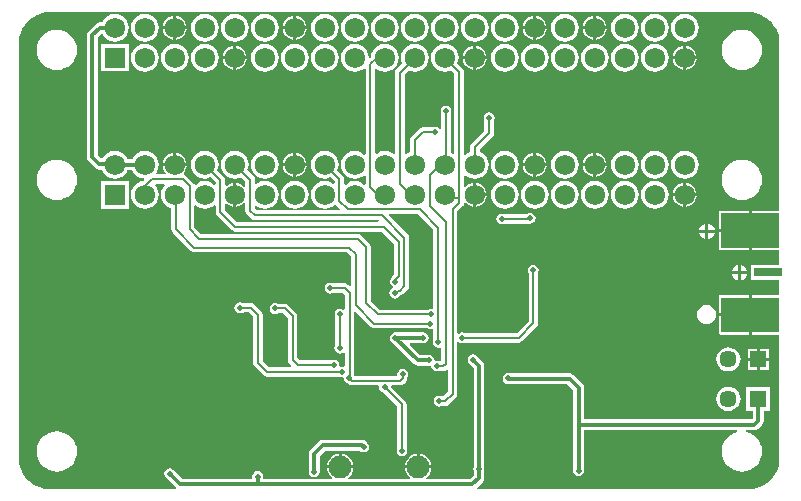
<source format=gbl>
G04*
G04 #@! TF.GenerationSoftware,Altium Limited,Altium Designer,19.1.7 (138)*
G04*
G04 Layer_Physical_Order=2*
G04 Layer_Color=16711680*
%FSLAX44Y44*%
%MOMM*%
G71*
G01*
G75*
%ADD14C,0.2000*%
%ADD24R,4.9000X3.0000*%
%ADD25R,2.3500X0.7000*%
%ADD33C,0.5000*%
%ADD51C,0.6000*%
%ADD60C,0.3000*%
%ADD61C,0.1847*%
%ADD65C,1.7250*%
%ADD66R,1.7250X1.7250*%
%ADD67R,1.4460X1.4460*%
%ADD68C,1.4460*%
%ADD69C,1.9500*%
G36*
X624626Y406636D02*
X627136Y406137D01*
X629585Y405394D01*
X631950Y404414D01*
X634207Y403208D01*
X636334Y401786D01*
X638313Y400163D01*
X639218Y399258D01*
X639218Y399258D01*
X640162Y398313D01*
X641786Y396335D01*
X643207Y394207D01*
X644414Y391950D01*
X645393Y389586D01*
X646136Y387137D01*
X646635Y384627D01*
X646886Y382081D01*
Y238774D01*
X623270D01*
Y222250D01*
X622000D01*
Y221999D01*
X623519D01*
Y205475D01*
X646886D01*
Y192999D01*
X622749D01*
Y179999D01*
X646886D01*
Y167274D01*
X623270D01*
Y150750D01*
X622000D01*
Y150499D01*
X623519D01*
Y133975D01*
X646886D01*
Y27919D01*
X646635Y25373D01*
X646136Y22863D01*
X645393Y20414D01*
X644414Y18050D01*
X643207Y15793D01*
X641786Y13665D01*
X640162Y11687D01*
X639257Y10782D01*
X639257Y10782D01*
X638313Y9837D01*
X636335Y8214D01*
X634207Y6792D01*
X631950Y5586D01*
X629585Y4606D01*
X627136Y3864D01*
X624626Y3364D01*
X622080Y3113D01*
X391398D01*
X390872Y4383D01*
X395744Y9256D01*
X396739Y10744D01*
X397088Y12500D01*
Y107500D01*
X396739Y109256D01*
X395744Y110744D01*
X390744Y115744D01*
X389256Y116739D01*
X387500Y117088D01*
X385744Y116739D01*
X384256Y115744D01*
X383261Y114256D01*
X382912Y112500D01*
X383261Y110744D01*
X384256Y109256D01*
X387912Y105599D01*
Y21757D01*
X387662Y20500D01*
X387912Y19243D01*
Y14401D01*
X385099Y11588D01*
X348297D01*
X347866Y12858D01*
X349041Y13759D01*
X350848Y16114D01*
X351984Y18857D01*
X352204Y20530D01*
X329796D01*
X330016Y18857D01*
X331152Y16114D01*
X332959Y13759D01*
X334134Y12858D01*
X333703Y11588D01*
X282297D01*
X281866Y12858D01*
X283041Y13759D01*
X284848Y16114D01*
X285984Y18857D01*
X286204Y20530D01*
X263796D01*
X264016Y18857D01*
X265152Y16114D01*
X266959Y13759D01*
X268134Y12858D01*
X267703Y11588D01*
X209588D01*
Y13750D01*
X209239Y15506D01*
X208244Y16994D01*
X206756Y17989D01*
X205000Y18338D01*
X203244Y17989D01*
X201756Y16994D01*
X200761Y15506D01*
X200412Y13750D01*
Y11588D01*
X141650D01*
X133744Y19494D01*
X132256Y20489D01*
X130500Y20838D01*
X128744Y20489D01*
X127256Y19494D01*
X126261Y18006D01*
X125912Y16250D01*
X126261Y14494D01*
X127256Y13006D01*
X135878Y4383D01*
X135352Y3113D01*
X27920D01*
X25374Y3364D01*
X22864Y3864D01*
X20415Y4606D01*
X18050Y5586D01*
X15793Y6792D01*
X13665Y8214D01*
X11687Y9837D01*
X10782Y10742D01*
X10782Y10742D01*
X9837Y11687D01*
X8214Y13665D01*
X6792Y15793D01*
X5586Y18050D01*
X4606Y20415D01*
X3863Y22864D01*
X3364Y25374D01*
X3113Y27921D01*
Y29200D01*
Y380800D01*
Y382079D01*
X3364Y384626D01*
X3863Y387136D01*
X4606Y389585D01*
X5586Y391950D01*
X6792Y394207D01*
X8214Y396335D01*
X9837Y398313D01*
X10742Y399218D01*
X10742Y399218D01*
X11687Y400163D01*
X13665Y401786D01*
X15793Y403208D01*
X18050Y404414D01*
X20415Y405394D01*
X22864Y406137D01*
X25374Y406636D01*
X27921Y406887D01*
X622079D01*
X624626Y406636D01*
D02*
G37*
%LPC*%
G36*
X491820Y403769D02*
Y394970D01*
X500619D01*
X500438Y396349D01*
X499415Y398818D01*
X497788Y400938D01*
X495668Y402565D01*
X493199Y403588D01*
X491820Y403769D01*
D02*
G37*
G36*
X489280D02*
X487901Y403588D01*
X485432Y402565D01*
X483312Y400938D01*
X481685Y398818D01*
X480662Y396349D01*
X480481Y394970D01*
X489280D01*
Y403769D01*
D02*
G37*
G36*
X441020D02*
Y394970D01*
X449819D01*
X449638Y396349D01*
X448615Y398818D01*
X446988Y400938D01*
X444868Y402565D01*
X442399Y403588D01*
X441020Y403769D01*
D02*
G37*
G36*
X438480D02*
X437101Y403588D01*
X434632Y402565D01*
X432512Y400938D01*
X430885Y398818D01*
X429862Y396349D01*
X429681Y394970D01*
X438480D01*
Y403769D01*
D02*
G37*
G36*
X237820D02*
Y394970D01*
X246619D01*
X246438Y396349D01*
X245415Y398818D01*
X243788Y400938D01*
X241668Y402565D01*
X239199Y403588D01*
X237820Y403769D01*
D02*
G37*
G36*
X235280D02*
X233901Y403588D01*
X231432Y402565D01*
X229312Y400938D01*
X227685Y398818D01*
X226662Y396349D01*
X226481Y394970D01*
X235280D01*
Y403769D01*
D02*
G37*
G36*
X136220D02*
Y394970D01*
X145019D01*
X144838Y396349D01*
X143815Y398818D01*
X142188Y400938D01*
X140068Y402565D01*
X137599Y403588D01*
X136220Y403769D01*
D02*
G37*
G36*
X133680D02*
X132301Y403588D01*
X129832Y402565D01*
X127712Y400938D01*
X126085Y398818D01*
X125062Y396349D01*
X124881Y394970D01*
X133680D01*
Y403769D01*
D02*
G37*
G36*
X500619Y392430D02*
X491820D01*
Y383631D01*
X493199Y383812D01*
X495668Y384835D01*
X497788Y386462D01*
X499415Y388582D01*
X500438Y391051D01*
X500619Y392430D01*
D02*
G37*
G36*
X489280D02*
X480481D01*
X480662Y391051D01*
X481685Y388582D01*
X483312Y386462D01*
X485432Y384835D01*
X487901Y383812D01*
X489280Y383631D01*
Y392430D01*
D02*
G37*
G36*
X449819D02*
X441020D01*
Y383631D01*
X442399Y383812D01*
X444868Y384835D01*
X446988Y386462D01*
X448615Y388582D01*
X449638Y391051D01*
X449819Y392430D01*
D02*
G37*
G36*
X438480D02*
X429681D01*
X429862Y391051D01*
X430885Y388582D01*
X432512Y386462D01*
X434632Y384835D01*
X437101Y383812D01*
X438480Y383631D01*
Y392430D01*
D02*
G37*
G36*
X246619D02*
X237820D01*
Y383631D01*
X239199Y383812D01*
X241668Y384835D01*
X243788Y386462D01*
X245415Y388582D01*
X246438Y391051D01*
X246619Y392430D01*
D02*
G37*
G36*
X235280D02*
X226481D01*
X226662Y391051D01*
X227685Y388582D01*
X229312Y386462D01*
X231432Y384835D01*
X233901Y383812D01*
X235280Y383631D01*
Y392430D01*
D02*
G37*
G36*
X145019D02*
X136220D01*
Y383631D01*
X137599Y383812D01*
X140068Y384835D01*
X142188Y386462D01*
X143815Y388582D01*
X144838Y391051D01*
X145019Y392430D01*
D02*
G37*
G36*
X133680D02*
X124881D01*
X125062Y391051D01*
X126085Y388582D01*
X127712Y386462D01*
X129832Y384835D01*
X132301Y383812D01*
X133680Y383631D01*
Y392430D01*
D02*
G37*
G36*
X566750Y405425D02*
X563715Y405026D01*
X560887Y403854D01*
X558459Y401991D01*
X556596Y399563D01*
X555424Y396735D01*
X555025Y393700D01*
X555424Y390665D01*
X556596Y387837D01*
X558459Y385409D01*
X560887Y383546D01*
X563715Y382374D01*
X566750Y381975D01*
X569785Y382374D01*
X572613Y383546D01*
X575041Y385409D01*
X576904Y387837D01*
X578076Y390665D01*
X578475Y393700D01*
X578076Y396735D01*
X576904Y399563D01*
X575041Y401991D01*
X572613Y403854D01*
X569785Y405026D01*
X566750Y405425D01*
D02*
G37*
G36*
X541350D02*
X538315Y405026D01*
X535487Y403854D01*
X533059Y401991D01*
X531196Y399563D01*
X530024Y396735D01*
X529625Y393700D01*
X530024Y390665D01*
X531196Y387837D01*
X533059Y385409D01*
X535487Y383546D01*
X538315Y382374D01*
X541350Y381975D01*
X544385Y382374D01*
X547213Y383546D01*
X549641Y385409D01*
X551504Y387837D01*
X552676Y390665D01*
X553075Y393700D01*
X552676Y396735D01*
X551504Y399563D01*
X549641Y401991D01*
X547213Y403854D01*
X544385Y405026D01*
X541350Y405425D01*
D02*
G37*
G36*
X515950D02*
X512915Y405026D01*
X510087Y403854D01*
X507659Y401991D01*
X505796Y399563D01*
X504624Y396735D01*
X504225Y393700D01*
X504624Y390665D01*
X505796Y387837D01*
X507659Y385409D01*
X510087Y383546D01*
X512915Y382374D01*
X515950Y381975D01*
X518985Y382374D01*
X521813Y383546D01*
X524241Y385409D01*
X526104Y387837D01*
X527276Y390665D01*
X527675Y393700D01*
X527276Y396735D01*
X526104Y399563D01*
X524241Y401991D01*
X521813Y403854D01*
X518985Y405026D01*
X515950Y405425D01*
D02*
G37*
G36*
X465150D02*
X462115Y405026D01*
X459287Y403854D01*
X456859Y401991D01*
X454996Y399563D01*
X453824Y396735D01*
X453425Y393700D01*
X453824Y390665D01*
X454996Y387837D01*
X456859Y385409D01*
X459287Y383546D01*
X462115Y382374D01*
X465150Y381975D01*
X468185Y382374D01*
X471013Y383546D01*
X473441Y385409D01*
X475304Y387837D01*
X476476Y390665D01*
X476875Y393700D01*
X476476Y396735D01*
X475304Y399563D01*
X473441Y401991D01*
X471013Y403854D01*
X468185Y405026D01*
X465150Y405425D01*
D02*
G37*
G36*
X414350D02*
X411315Y405026D01*
X408487Y403854D01*
X406059Y401991D01*
X404196Y399563D01*
X403024Y396735D01*
X402625Y393700D01*
X403024Y390665D01*
X404196Y387837D01*
X406059Y385409D01*
X408487Y383546D01*
X411315Y382374D01*
X414350Y381975D01*
X417385Y382374D01*
X420213Y383546D01*
X422641Y385409D01*
X424504Y387837D01*
X425676Y390665D01*
X426075Y393700D01*
X425676Y396735D01*
X424504Y399563D01*
X422641Y401991D01*
X420213Y403854D01*
X417385Y405026D01*
X414350Y405425D01*
D02*
G37*
G36*
X388950D02*
X385915Y405026D01*
X383087Y403854D01*
X380659Y401991D01*
X378796Y399563D01*
X377624Y396735D01*
X377225Y393700D01*
X377624Y390665D01*
X378796Y387837D01*
X380659Y385409D01*
X383087Y383546D01*
X385915Y382374D01*
X388950Y381975D01*
X391985Y382374D01*
X394813Y383546D01*
X397241Y385409D01*
X399104Y387837D01*
X400276Y390665D01*
X400675Y393700D01*
X400276Y396735D01*
X399104Y399563D01*
X397241Y401991D01*
X394813Y403854D01*
X391985Y405026D01*
X388950Y405425D01*
D02*
G37*
G36*
X363550D02*
X360515Y405026D01*
X357687Y403854D01*
X355259Y401991D01*
X353396Y399563D01*
X352224Y396735D01*
X351825Y393700D01*
X352224Y390665D01*
X353396Y387837D01*
X355259Y385409D01*
X357687Y383546D01*
X360515Y382374D01*
X363550Y381975D01*
X366585Y382374D01*
X369413Y383546D01*
X371841Y385409D01*
X373704Y387837D01*
X374876Y390665D01*
X375275Y393700D01*
X374876Y396735D01*
X373704Y399563D01*
X371841Y401991D01*
X369413Y403854D01*
X366585Y405026D01*
X363550Y405425D01*
D02*
G37*
G36*
X338150D02*
X335115Y405026D01*
X332287Y403854D01*
X329859Y401991D01*
X327996Y399563D01*
X326824Y396735D01*
X326425Y393700D01*
X326824Y390665D01*
X327996Y387837D01*
X329859Y385409D01*
X332287Y383546D01*
X335115Y382374D01*
X338150Y381975D01*
X341185Y382374D01*
X344013Y383546D01*
X346441Y385409D01*
X348304Y387837D01*
X349476Y390665D01*
X349875Y393700D01*
X349476Y396735D01*
X348304Y399563D01*
X346441Y401991D01*
X344013Y403854D01*
X341185Y405026D01*
X338150Y405425D01*
D02*
G37*
G36*
X312750D02*
X309715Y405026D01*
X306887Y403854D01*
X304459Y401991D01*
X302596Y399563D01*
X301424Y396735D01*
X301025Y393700D01*
X301424Y390665D01*
X302596Y387837D01*
X304459Y385409D01*
X306887Y383546D01*
X309715Y382374D01*
X312750Y381975D01*
X315785Y382374D01*
X318613Y383546D01*
X321041Y385409D01*
X322904Y387837D01*
X324076Y390665D01*
X324475Y393700D01*
X324076Y396735D01*
X322904Y399563D01*
X321041Y401991D01*
X318613Y403854D01*
X315785Y405026D01*
X312750Y405425D01*
D02*
G37*
G36*
X287350D02*
X284315Y405026D01*
X281487Y403854D01*
X279059Y401991D01*
X277196Y399563D01*
X276024Y396735D01*
X275625Y393700D01*
X276024Y390665D01*
X277196Y387837D01*
X279059Y385409D01*
X281487Y383546D01*
X284315Y382374D01*
X287350Y381975D01*
X290385Y382374D01*
X293213Y383546D01*
X295641Y385409D01*
X297504Y387837D01*
X298676Y390665D01*
X299075Y393700D01*
X298676Y396735D01*
X297504Y399563D01*
X295641Y401991D01*
X293213Y403854D01*
X290385Y405026D01*
X287350Y405425D01*
D02*
G37*
G36*
X261950D02*
X258915Y405026D01*
X256087Y403854D01*
X253659Y401991D01*
X251796Y399563D01*
X250624Y396735D01*
X250225Y393700D01*
X250624Y390665D01*
X251796Y387837D01*
X253659Y385409D01*
X256087Y383546D01*
X258915Y382374D01*
X261950Y381975D01*
X264985Y382374D01*
X267813Y383546D01*
X270241Y385409D01*
X272104Y387837D01*
X273276Y390665D01*
X273675Y393700D01*
X273276Y396735D01*
X272104Y399563D01*
X270241Y401991D01*
X267813Y403854D01*
X264985Y405026D01*
X261950Y405425D01*
D02*
G37*
G36*
X211150D02*
X208115Y405026D01*
X205287Y403854D01*
X202859Y401991D01*
X200996Y399563D01*
X199824Y396735D01*
X199425Y393700D01*
X199824Y390665D01*
X200996Y387837D01*
X202859Y385409D01*
X205287Y383546D01*
X208115Y382374D01*
X211150Y381975D01*
X214185Y382374D01*
X217013Y383546D01*
X219441Y385409D01*
X221304Y387837D01*
X222476Y390665D01*
X222875Y393700D01*
X222476Y396735D01*
X221304Y399563D01*
X219441Y401991D01*
X217013Y403854D01*
X214185Y405026D01*
X211150Y405425D01*
D02*
G37*
G36*
X185750D02*
X182715Y405026D01*
X179887Y403854D01*
X177459Y401991D01*
X175596Y399563D01*
X174424Y396735D01*
X174025Y393700D01*
X174424Y390665D01*
X175596Y387837D01*
X177459Y385409D01*
X179887Y383546D01*
X182715Y382374D01*
X185750Y381975D01*
X188785Y382374D01*
X191613Y383546D01*
X194041Y385409D01*
X195904Y387837D01*
X197076Y390665D01*
X197475Y393700D01*
X197076Y396735D01*
X195904Y399563D01*
X194041Y401991D01*
X191613Y403854D01*
X188785Y405026D01*
X185750Y405425D01*
D02*
G37*
G36*
X160350D02*
X157315Y405026D01*
X154487Y403854D01*
X152059Y401991D01*
X150196Y399563D01*
X149024Y396735D01*
X148625Y393700D01*
X149024Y390665D01*
X150196Y387837D01*
X152059Y385409D01*
X154487Y383546D01*
X157315Y382374D01*
X160350Y381975D01*
X163385Y382374D01*
X166213Y383546D01*
X168641Y385409D01*
X170504Y387837D01*
X171676Y390665D01*
X172075Y393700D01*
X171676Y396735D01*
X170504Y399563D01*
X168641Y401991D01*
X166213Y403854D01*
X163385Y405026D01*
X160350Y405425D01*
D02*
G37*
G36*
X109550D02*
X106515Y405026D01*
X103687Y403854D01*
X101259Y401991D01*
X99396Y399563D01*
X98224Y396735D01*
X97825Y393700D01*
X98224Y390665D01*
X99396Y387837D01*
X101259Y385409D01*
X103687Y383546D01*
X106515Y382374D01*
X109550Y381975D01*
X112585Y382374D01*
X115413Y383546D01*
X117841Y385409D01*
X119704Y387837D01*
X120876Y390665D01*
X121275Y393700D01*
X120876Y396735D01*
X119704Y399563D01*
X117841Y401991D01*
X115413Y403854D01*
X112585Y405026D01*
X109550Y405425D01*
D02*
G37*
G36*
X84150D02*
X81115Y405026D01*
X78287Y403854D01*
X75859Y401991D01*
X73996Y399563D01*
X73468Y398288D01*
X71200D01*
X69444Y397939D01*
X67956Y396944D01*
X62006Y390994D01*
X61011Y389506D01*
X60662Y387750D01*
Y284000D01*
X61011Y282244D01*
X62006Y280756D01*
X67756Y275006D01*
X69244Y274011D01*
X71000Y273662D01*
X73219D01*
X73996Y271787D01*
X75859Y269359D01*
X78287Y267496D01*
X81115Y266324D01*
X84150Y265925D01*
X87185Y266324D01*
X90013Y267496D01*
X92441Y269359D01*
X94304Y271787D01*
X94832Y273062D01*
X98868D01*
X99396Y271787D01*
X101259Y269359D01*
X103687Y267496D01*
X106515Y266324D01*
X108499Y266063D01*
X108954Y264722D01*
X108004Y263772D01*
X106515Y263576D01*
X103687Y262404D01*
X101259Y260541D01*
X99396Y258113D01*
X98224Y255285D01*
X97825Y252250D01*
X98224Y249215D01*
X99396Y246387D01*
X101259Y243959D01*
X103687Y242096D01*
X106515Y240924D01*
X109550Y240525D01*
X112585Y240924D01*
X115413Y242096D01*
X117841Y243959D01*
X119704Y246387D01*
X120876Y249215D01*
X121275Y252250D01*
X120876Y255285D01*
X119704Y258113D01*
X118151Y260137D01*
X118683Y261393D01*
X118696Y261407D01*
X125812D01*
X126349Y260137D01*
X124796Y258113D01*
X123624Y255285D01*
X123225Y252250D01*
X123624Y249215D01*
X124796Y246387D01*
X126659Y243959D01*
X129087Y242096D01*
X131915Y240924D01*
X131922Y240923D01*
Y223000D01*
X131922Y223000D01*
X132232Y221439D01*
X133116Y220116D01*
X148616Y204616D01*
X149939Y203732D01*
X151500Y203422D01*
X151500Y203422D01*
X281061D01*
X284172Y200311D01*
Y175505D01*
X282998Y175019D01*
X281884Y176134D01*
X280561Y177018D01*
X279000Y177328D01*
X279000Y177328D01*
X268496D01*
X268256Y177489D01*
X266500Y177838D01*
X264744Y177489D01*
X263256Y176494D01*
X262261Y175006D01*
X261912Y173250D01*
X262261Y171494D01*
X263256Y170006D01*
X264744Y169011D01*
X266500Y168662D01*
X268256Y169011D01*
X268496Y169172D01*
X277311D01*
X278922Y167561D01*
Y155569D01*
X277652Y154890D01*
X276756Y155489D01*
X275000Y155838D01*
X273244Y155489D01*
X271756Y154494D01*
X270761Y153006D01*
X270412Y151250D01*
X270761Y149494D01*
X270922Y149254D01*
Y124994D01*
X270261Y124006D01*
X269912Y122250D01*
X270261Y120494D01*
X271256Y119006D01*
X272744Y118011D01*
X274500Y117662D01*
X276256Y118011D01*
X277652Y118944D01*
X278124Y118836D01*
X278922Y118482D01*
Y107705D01*
X277652Y106859D01*
X276500Y107088D01*
X275408Y106871D01*
X274310Y107860D01*
X274338Y108000D01*
X273989Y109756D01*
X272994Y111244D01*
X271506Y112239D01*
X269750Y112588D01*
X267994Y112239D01*
X267754Y112078D01*
X240939D01*
X238828Y114189D01*
Y149500D01*
X238828Y149500D01*
X238518Y151061D01*
X237634Y152384D01*
X237634Y152384D01*
X231134Y158884D01*
X229811Y159768D01*
X228250Y160078D01*
X228250Y160078D01*
X221996D01*
X221756Y160239D01*
X220000Y160588D01*
X218244Y160239D01*
X216756Y159244D01*
X215761Y157756D01*
X215412Y156000D01*
X215761Y154244D01*
X216756Y152756D01*
X218244Y151761D01*
X220000Y151412D01*
X221756Y151761D01*
X221996Y151922D01*
X226561D01*
X230672Y147811D01*
Y112500D01*
X230672Y112500D01*
X230982Y110939D01*
X231866Y109616D01*
X233731Y107752D01*
X233245Y106578D01*
X214689D01*
X209328Y111939D01*
Y150750D01*
X209328Y150750D01*
X209018Y152311D01*
X208134Y153634D01*
X202134Y159634D01*
X200811Y160518D01*
X199250Y160828D01*
X199250Y160828D01*
X191996D01*
X191756Y160989D01*
X190000Y161338D01*
X188244Y160989D01*
X186756Y159994D01*
X185761Y158506D01*
X185412Y156750D01*
X185761Y154994D01*
X186756Y153506D01*
X188244Y152511D01*
X190000Y152162D01*
X190275Y152217D01*
X190500Y152172D01*
X190500Y152172D01*
X191750D01*
X193311Y152482D01*
X193594Y152672D01*
X197561D01*
X201172Y149061D01*
Y110250D01*
X201172Y110250D01*
X201482Y108689D01*
X202366Y107366D01*
X210116Y99616D01*
X211439Y98732D01*
X213000Y98422D01*
X213000Y98422D01*
X274504D01*
X274744Y98261D01*
X276500Y97912D01*
X276914Y97994D01*
X277979Y96911D01*
X278261Y95494D01*
X279256Y94006D01*
X280744Y93011D01*
X281554Y92850D01*
X282288Y92116D01*
X282288Y92116D01*
X283611Y91232D01*
X285172Y90922D01*
X307194D01*
X307999Y89940D01*
X307912Y89500D01*
X308261Y87744D01*
X309256Y86256D01*
X310744Y85261D01*
X311028Y85205D01*
X323172Y73061D01*
Y37746D01*
X323011Y37506D01*
X322662Y35750D01*
X323011Y33994D01*
X324006Y32506D01*
X325494Y31511D01*
X327250Y31162D01*
X329006Y31511D01*
X330494Y32506D01*
X331489Y33994D01*
X331838Y35750D01*
X331489Y37506D01*
X331328Y37746D01*
Y74750D01*
X331018Y76311D01*
X330134Y77634D01*
X318019Y89748D01*
X318505Y90922D01*
X325801D01*
X325801Y90922D01*
X327362Y91232D01*
X328685Y92116D01*
X330634Y94065D01*
X330634Y94065D01*
X331518Y95388D01*
X331828Y96948D01*
Y98254D01*
X331989Y98494D01*
X332338Y100250D01*
X331989Y102006D01*
X330994Y103494D01*
X329506Y104489D01*
X327750Y104838D01*
X325994Y104489D01*
X324506Y103494D01*
X323511Y102006D01*
X323162Y100250D01*
X323200Y100060D01*
X322394Y99078D01*
X287078D01*
Y152745D01*
X288252Y153231D01*
X301116Y140366D01*
X302439Y139482D01*
X304000Y139172D01*
X349004D01*
X349244Y139011D01*
X351000Y138662D01*
X352419Y138944D01*
X353689Y138223D01*
Y129502D01*
X353529Y129262D01*
X353179Y127506D01*
X353529Y125750D01*
X354523Y124262D01*
X356012Y123267D01*
X357767Y122918D01*
X358902Y123144D01*
X360172Y122289D01*
Y111328D01*
X358746D01*
X358506Y111489D01*
X356750Y111838D01*
X356074Y111704D01*
X354870Y111992D01*
X354713Y112629D01*
X354489Y113756D01*
X353494Y115244D01*
X352006Y116239D01*
X350250Y116588D01*
X342901D01*
X334000Y125489D01*
X334486Y126662D01*
X345250D01*
X347006Y127011D01*
X348494Y128006D01*
X349489Y129494D01*
X349838Y131250D01*
X349489Y133006D01*
X348494Y134494D01*
X347006Y135489D01*
X345250Y135838D01*
X321750D01*
X319994Y135489D01*
X318506Y134494D01*
X317511Y133006D01*
X317162Y131250D01*
X317511Y129494D01*
X318506Y128006D01*
X337756Y108756D01*
X339244Y107761D01*
X341000Y107412D01*
X350250D01*
X350926Y107546D01*
X352130Y107258D01*
X352287Y106621D01*
X352511Y105494D01*
X353506Y104006D01*
X354994Y103011D01*
X356750Y102662D01*
X358506Y103011D01*
X358746Y103172D01*
X362250D01*
X362250Y103172D01*
X363811Y103482D01*
X364980Y104263D01*
X366110Y103962D01*
X366250Y103904D01*
Y85407D01*
X362343Y81500D01*
X360863D01*
X360506Y81739D01*
X358750Y82088D01*
X356994Y81739D01*
X355506Y80744D01*
X354511Y79256D01*
X354162Y77500D01*
X354511Y75744D01*
X355506Y74256D01*
X356994Y73261D01*
X358750Y72912D01*
X360506Y73261D01*
X360863Y73500D01*
X364000D01*
X365531Y73804D01*
X366829Y74672D01*
X373079Y80921D01*
X373946Y82219D01*
X374250Y83750D01*
Y127229D01*
X374593Y127479D01*
X375520Y127791D01*
X376748Y126971D01*
X378503Y126622D01*
X380259Y126971D01*
X380499Y127132D01*
X425960D01*
X425960Y127132D01*
X427521Y127442D01*
X428844Y128326D01*
X441384Y140866D01*
X441384Y140866D01*
X442268Y142189D01*
X442578Y143750D01*
Y186254D01*
X442739Y186494D01*
X443088Y188250D01*
X442739Y190006D01*
X441744Y191494D01*
X440256Y192489D01*
X438500Y192838D01*
X436744Y192489D01*
X435256Y191494D01*
X434261Y190006D01*
X433912Y188250D01*
X434261Y186494D01*
X434422Y186254D01*
Y145439D01*
X424271Y135288D01*
X380499D01*
X380259Y135449D01*
X378503Y135798D01*
X376748Y135449D01*
X375520Y134629D01*
X374593Y134941D01*
X374250Y135191D01*
Y238343D01*
X378578Y242671D01*
X379446Y243969D01*
X379747Y245485D01*
X379788Y245512D01*
X381020Y245913D01*
X381712Y245012D01*
X383832Y243385D01*
X386301Y242362D01*
X387680Y242181D01*
Y252250D01*
Y262319D01*
X386301Y262138D01*
X383832Y261115D01*
X381712Y259488D01*
X381020Y258587D01*
X379750Y259018D01*
Y268586D01*
X381020Y269082D01*
X383087Y267496D01*
X385915Y266324D01*
X388950Y265925D01*
X391985Y266324D01*
X394813Y267496D01*
X397241Y269359D01*
X399104Y271787D01*
X400276Y274615D01*
X400675Y277650D01*
X400276Y280685D01*
X399104Y283513D01*
X397241Y285941D01*
X394813Y287804D01*
X393028Y288543D01*
Y291011D01*
X403999Y301981D01*
X403999Y301981D01*
X404883Y303304D01*
X405193Y304865D01*
Y315639D01*
X405354Y315879D01*
X405703Y317635D01*
X405354Y319391D01*
X404359Y320879D01*
X402871Y321874D01*
X401115Y322223D01*
X399359Y321874D01*
X397871Y320879D01*
X396876Y319391D01*
X396527Y317635D01*
X396876Y315879D01*
X397037Y315639D01*
Y306554D01*
X386066Y295584D01*
X385182Y294261D01*
X384872Y292700D01*
X384872Y292700D01*
Y288543D01*
X383087Y287804D01*
X381020Y286218D01*
X379750Y286714D01*
Y356100D01*
X379446Y357631D01*
X378578Y358928D01*
X374104Y363403D01*
X374876Y365265D01*
X375275Y368300D01*
X374876Y371335D01*
X373704Y374163D01*
X371841Y376591D01*
X369413Y378454D01*
X366585Y379626D01*
X363550Y380025D01*
X360515Y379626D01*
X357687Y378454D01*
X355259Y376591D01*
X353396Y374163D01*
X352224Y371335D01*
X351825Y368300D01*
X352224Y365265D01*
X353396Y362437D01*
X355259Y360009D01*
X357687Y358146D01*
X360515Y356974D01*
X363550Y356575D01*
X366585Y356974D01*
X368447Y357746D01*
X371750Y354443D01*
Y287447D01*
X370611Y286885D01*
X369413Y287804D01*
X368578Y288150D01*
Y321254D01*
X368739Y321494D01*
X369088Y323250D01*
X368739Y325006D01*
X367744Y326494D01*
X366256Y327489D01*
X364500Y327838D01*
X362744Y327489D01*
X361256Y326494D01*
X360261Y325006D01*
X359912Y323250D01*
X360261Y321494D01*
X360422Y321254D01*
Y308270D01*
X359152Y307885D01*
X358744Y308494D01*
X357256Y309489D01*
X355500Y309838D01*
X353744Y309489D01*
X353504Y309328D01*
X345000D01*
X343439Y309018D01*
X342116Y308134D01*
X342116Y308134D01*
X335266Y301284D01*
X334382Y299961D01*
X334072Y298400D01*
X334072Y298400D01*
Y288543D01*
X332287Y287804D01*
X330848Y286700D01*
X329578Y287327D01*
Y353961D01*
X333331Y357713D01*
X335115Y356974D01*
X338150Y356575D01*
X341185Y356974D01*
X344013Y358146D01*
X346441Y360009D01*
X348304Y362437D01*
X349476Y365265D01*
X349875Y368300D01*
X349476Y371335D01*
X348304Y374163D01*
X346441Y376591D01*
X344013Y378454D01*
X341185Y379626D01*
X338150Y380025D01*
X335115Y379626D01*
X332287Y378454D01*
X329859Y376591D01*
X327996Y374163D01*
X326824Y371335D01*
X326425Y368300D01*
X326824Y365265D01*
X327563Y363481D01*
X322616Y358534D01*
X321732Y357211D01*
X321422Y355650D01*
X321422Y355650D01*
Y287250D01*
X320152Y286623D01*
X318613Y287804D01*
X315785Y288976D01*
X312750Y289375D01*
X309715Y288976D01*
X306887Y287804D01*
X305802Y286972D01*
X304663Y287534D01*
Y358416D01*
X305802Y358978D01*
X306887Y358146D01*
X309715Y356974D01*
X312750Y356575D01*
X315785Y356974D01*
X318613Y358146D01*
X321041Y360009D01*
X322904Y362437D01*
X324076Y365265D01*
X324475Y368300D01*
X324076Y371335D01*
X322904Y374163D01*
X321041Y376591D01*
X318613Y378454D01*
X315785Y379626D01*
X312750Y380025D01*
X309715Y379626D01*
X306887Y378454D01*
X304459Y376591D01*
X302596Y374163D01*
X301424Y371335D01*
X301099Y368867D01*
X300201Y367969D01*
X299036Y368600D01*
X298676Y371335D01*
X297504Y374163D01*
X295641Y376591D01*
X293213Y378454D01*
X290385Y379626D01*
X287350Y380025D01*
X284315Y379626D01*
X281487Y378454D01*
X279059Y376591D01*
X277196Y374163D01*
X276024Y371335D01*
X275625Y368300D01*
X276024Y365265D01*
X277196Y362437D01*
X279059Y360009D01*
X281487Y358146D01*
X284315Y356974D01*
X287350Y356575D01*
X290385Y356974D01*
X293213Y358146D01*
X295237Y359699D01*
X296507Y359162D01*
Y286788D01*
X295237Y286251D01*
X293213Y287804D01*
X290385Y288976D01*
X287350Y289375D01*
X284315Y288976D01*
X281487Y287804D01*
X279059Y285941D01*
X277196Y283513D01*
X276024Y280685D01*
X275625Y277650D01*
X276024Y274615D01*
X277196Y271787D01*
X279059Y269359D01*
X281487Y267496D01*
X284315Y266324D01*
X287350Y265925D01*
X290385Y266324D01*
X293213Y267496D01*
X295237Y269049D01*
X296507Y268512D01*
Y261388D01*
X295237Y260851D01*
X293213Y262404D01*
X290385Y263576D01*
X287350Y263975D01*
X284315Y263576D01*
X281487Y262404D01*
X279598Y260955D01*
X278328Y261581D01*
Y264747D01*
X278428Y265250D01*
X278118Y266811D01*
X277234Y268134D01*
X277234Y268134D01*
X272537Y272831D01*
X273276Y274615D01*
X273675Y277650D01*
X273276Y280685D01*
X272104Y283513D01*
X270241Y285941D01*
X267813Y287804D01*
X264985Y288976D01*
X261950Y289375D01*
X258915Y288976D01*
X256087Y287804D01*
X253659Y285941D01*
X251796Y283513D01*
X250624Y280685D01*
X250225Y277650D01*
X250624Y274615D01*
X251796Y271787D01*
X253659Y269359D01*
X256087Y267496D01*
X258915Y266324D01*
X261950Y265925D01*
X264985Y266324D01*
X266769Y267063D01*
X270172Y263661D01*
Y262030D01*
X269033Y261468D01*
X267813Y262404D01*
X264985Y263576D01*
X261950Y263975D01*
X258915Y263576D01*
X256087Y262404D01*
X253659Y260541D01*
X251796Y258113D01*
X250624Y255285D01*
X250225Y252250D01*
X250624Y249215D01*
X251796Y246387D01*
X253659Y243959D01*
X256087Y242096D01*
X258915Y240924D01*
X261950Y240525D01*
X264985Y240924D01*
X267813Y242096D01*
X270044Y243808D01*
X270536Y243923D01*
X271704Y243779D01*
X275231Y240252D01*
X274745Y239078D01*
X204189D01*
X202828Y240439D01*
Y242382D01*
X204098Y243008D01*
X205287Y242096D01*
X208115Y240924D01*
X211150Y240525D01*
X214185Y240924D01*
X217013Y242096D01*
X219441Y243959D01*
X221304Y246387D01*
X222476Y249215D01*
X222875Y252250D01*
X222476Y255285D01*
X221304Y258113D01*
X219441Y260541D01*
X217013Y262404D01*
X214185Y263576D01*
X211150Y263975D01*
X208115Y263576D01*
X205287Y262404D01*
X204098Y261492D01*
X202828Y262118D01*
Y265000D01*
X202518Y266561D01*
X201634Y267884D01*
X201634Y267884D01*
X196439Y273078D01*
X197076Y274615D01*
X197475Y277650D01*
X197076Y280685D01*
X195904Y283513D01*
X194041Y285941D01*
X191613Y287804D01*
X188785Y288976D01*
X185750Y289375D01*
X182715Y288976D01*
X179887Y287804D01*
X177459Y285941D01*
X175596Y283513D01*
X174424Y280685D01*
X174025Y277650D01*
X174424Y274615D01*
X175596Y271787D01*
X177459Y269359D01*
X179887Y267496D01*
X182715Y266324D01*
X185750Y265925D01*
X188785Y266324D01*
X190816Y267166D01*
X194672Y263311D01*
Y259381D01*
X193402Y258950D01*
X192988Y259488D01*
X190868Y261115D01*
X188399Y262138D01*
X187020Y262319D01*
Y252250D01*
Y242181D01*
X188399Y242362D01*
X190868Y243385D01*
X192988Y245012D01*
X193402Y245550D01*
X194672Y245119D01*
Y238750D01*
X194672Y238750D01*
X194982Y237189D01*
X195866Y235866D01*
X199616Y232116D01*
X199616Y232116D01*
X200939Y231232D01*
X202500Y230922D01*
X202500Y230922D01*
X307530D01*
X307756Y230598D01*
X307093Y229328D01*
X187939D01*
X177663Y239604D01*
Y244134D01*
X178933Y244688D01*
X180632Y243385D01*
X183101Y242362D01*
X184480Y242181D01*
Y252250D01*
Y262319D01*
X183101Y262138D01*
X180632Y261115D01*
X178933Y259812D01*
X177663Y260366D01*
Y264415D01*
X177353Y265976D01*
X176469Y267299D01*
X176469Y267299D01*
X170937Y272831D01*
X171676Y274615D01*
X172075Y277650D01*
X171676Y280685D01*
X170504Y283513D01*
X168641Y285941D01*
X166213Y287804D01*
X163385Y288976D01*
X160350Y289375D01*
X157315Y288976D01*
X154487Y287804D01*
X152059Y285941D01*
X150196Y283513D01*
X149024Y280685D01*
X148625Y277650D01*
X149024Y274615D01*
X150196Y271787D01*
X152059Y269359D01*
X154487Y267496D01*
X157315Y266324D01*
X160350Y265925D01*
X163385Y266324D01*
X165169Y267063D01*
X169507Y262726D01*
Y261388D01*
X168237Y260851D01*
X166213Y262404D01*
X163385Y263576D01*
X160350Y263975D01*
X157315Y263576D01*
X154487Y262404D01*
X152586Y260945D01*
X152132Y260985D01*
X151179Y261257D01*
X151085Y261334D01*
X150384Y262384D01*
X144399Y268369D01*
X143076Y269253D01*
X142829Y269302D01*
X142756Y269412D01*
X142596Y269694D01*
X142396Y270683D01*
X143815Y272532D01*
X144838Y275001D01*
X145019Y276380D01*
X124881D01*
X125062Y275001D01*
X126085Y272532D01*
X127388Y270833D01*
X126834Y269563D01*
X119434D01*
X118872Y270702D01*
X119704Y271787D01*
X120876Y274615D01*
X121275Y277650D01*
X120876Y280685D01*
X119704Y283513D01*
X117841Y285941D01*
X115413Y287804D01*
X112585Y288976D01*
X109550Y289375D01*
X106515Y288976D01*
X103687Y287804D01*
X101259Y285941D01*
X99396Y283513D01*
X98868Y282238D01*
X94832D01*
X94304Y283513D01*
X92441Y285941D01*
X90013Y287804D01*
X87185Y288976D01*
X84150Y289375D01*
X81115Y288976D01*
X78287Y287804D01*
X75859Y285941D01*
X73996Y283513D01*
X73943Y283386D01*
X72543Y283196D01*
X69838Y285900D01*
Y385849D01*
X72388Y388400D01*
X73886Y388102D01*
X73996Y387837D01*
X75859Y385409D01*
X78287Y383546D01*
X81115Y382374D01*
X84150Y381975D01*
X87185Y382374D01*
X90013Y383546D01*
X92441Y385409D01*
X94304Y387837D01*
X95476Y390665D01*
X95875Y393700D01*
X95476Y396735D01*
X94304Y399563D01*
X92441Y401991D01*
X90013Y403854D01*
X87185Y405026D01*
X84150Y405425D01*
D02*
G37*
G36*
X568020Y378369D02*
Y369570D01*
X576819D01*
X576638Y370949D01*
X575615Y373418D01*
X573988Y375538D01*
X571868Y377165D01*
X569399Y378188D01*
X568020Y378369D01*
D02*
G37*
G36*
X565480D02*
X564101Y378188D01*
X561632Y377165D01*
X559512Y375538D01*
X557885Y373418D01*
X556862Y370949D01*
X556681Y369570D01*
X565480D01*
Y378369D01*
D02*
G37*
G36*
X390220D02*
Y369570D01*
X399019D01*
X398838Y370949D01*
X397815Y373418D01*
X396188Y375538D01*
X394068Y377165D01*
X391599Y378188D01*
X390220Y378369D01*
D02*
G37*
G36*
X387680D02*
X386301Y378188D01*
X383832Y377165D01*
X381712Y375538D01*
X380085Y373418D01*
X379062Y370949D01*
X378881Y369570D01*
X387680D01*
Y378369D01*
D02*
G37*
G36*
X187020D02*
Y369570D01*
X195819D01*
X195638Y370949D01*
X194615Y373418D01*
X192988Y375538D01*
X190868Y377165D01*
X188399Y378188D01*
X187020Y378369D01*
D02*
G37*
G36*
X184480D02*
X183101Y378188D01*
X180632Y377165D01*
X178512Y375538D01*
X176885Y373418D01*
X175862Y370949D01*
X175681Y369570D01*
X184480D01*
Y378369D01*
D02*
G37*
G36*
X576819Y367030D02*
X568020D01*
Y358231D01*
X569399Y358412D01*
X571868Y359435D01*
X573988Y361062D01*
X575615Y363182D01*
X576638Y365651D01*
X576819Y367030D01*
D02*
G37*
G36*
X565480D02*
X556681D01*
X556862Y365651D01*
X557885Y363182D01*
X559512Y361062D01*
X561632Y359435D01*
X564101Y358412D01*
X565480Y358231D01*
Y367030D01*
D02*
G37*
G36*
X399019D02*
X390220D01*
Y358231D01*
X391599Y358412D01*
X394068Y359435D01*
X396188Y361062D01*
X397815Y363182D01*
X398838Y365651D01*
X399019Y367030D01*
D02*
G37*
G36*
X387680D02*
X378881D01*
X379062Y365651D01*
X380085Y363182D01*
X381712Y361062D01*
X383832Y359435D01*
X386301Y358412D01*
X387680Y358231D01*
Y367030D01*
D02*
G37*
G36*
X195819D02*
X187020D01*
Y358231D01*
X188399Y358412D01*
X190868Y359435D01*
X192988Y361062D01*
X194615Y363182D01*
X195638Y365651D01*
X195819Y367030D01*
D02*
G37*
G36*
X184480D02*
X175681D01*
X175862Y365651D01*
X176885Y363182D01*
X178512Y361062D01*
X180632Y359435D01*
X183101Y358412D01*
X184480Y358231D01*
Y367030D01*
D02*
G37*
G36*
X615000Y392082D02*
X611667Y391754D01*
X608463Y390782D01*
X605510Y389203D01*
X602921Y387079D01*
X600797Y384490D01*
X599218Y381537D01*
X598246Y378332D01*
X597918Y375000D01*
X598246Y371667D01*
X599218Y368463D01*
X600797Y365509D01*
X602921Y362921D01*
X605510Y360797D01*
X608463Y359218D01*
X611667Y358246D01*
X615000Y357918D01*
X618332Y358246D01*
X621537Y359218D01*
X624490Y360797D01*
X627079Y362921D01*
X629203Y365509D01*
X630782Y368463D01*
X631754Y371667D01*
X632082Y375000D01*
X631754Y378332D01*
X630782Y381537D01*
X629203Y384490D01*
X627079Y387079D01*
X624490Y389203D01*
X621537Y390782D01*
X618332Y391754D01*
X615000Y392082D01*
D02*
G37*
G36*
X35000D02*
X31667Y391754D01*
X28463Y390782D01*
X25510Y389203D01*
X22921Y387079D01*
X20797Y384490D01*
X19218Y381537D01*
X18246Y378332D01*
X17918Y375000D01*
X18246Y371667D01*
X19218Y368463D01*
X20797Y365509D01*
X22921Y362921D01*
X25510Y360797D01*
X28463Y359218D01*
X31667Y358246D01*
X35000Y357918D01*
X38333Y358246D01*
X41537Y359218D01*
X44490Y360797D01*
X47079Y362921D01*
X49203Y365509D01*
X50782Y368463D01*
X51754Y371667D01*
X52082Y375000D01*
X51754Y378332D01*
X50782Y381537D01*
X49203Y384490D01*
X47079Y387079D01*
X44490Y389203D01*
X41537Y390782D01*
X38333Y391754D01*
X35000Y392082D01*
D02*
G37*
G36*
X95775Y379925D02*
X72525D01*
Y356675D01*
X95775D01*
Y379925D01*
D02*
G37*
G36*
X541350Y380025D02*
X538315Y379626D01*
X535487Y378454D01*
X533059Y376591D01*
X531196Y374163D01*
X530024Y371335D01*
X529625Y368300D01*
X530024Y365265D01*
X531196Y362437D01*
X533059Y360009D01*
X535487Y358146D01*
X538315Y356974D01*
X541350Y356575D01*
X544385Y356974D01*
X547213Y358146D01*
X549641Y360009D01*
X551504Y362437D01*
X552676Y365265D01*
X553075Y368300D01*
X552676Y371335D01*
X551504Y374163D01*
X549641Y376591D01*
X547213Y378454D01*
X544385Y379626D01*
X541350Y380025D01*
D02*
G37*
G36*
X515950D02*
X512915Y379626D01*
X510087Y378454D01*
X507659Y376591D01*
X505796Y374163D01*
X504624Y371335D01*
X504225Y368300D01*
X504624Y365265D01*
X505796Y362437D01*
X507659Y360009D01*
X510087Y358146D01*
X512915Y356974D01*
X515950Y356575D01*
X518985Y356974D01*
X521813Y358146D01*
X524241Y360009D01*
X526104Y362437D01*
X527276Y365265D01*
X527675Y368300D01*
X527276Y371335D01*
X526104Y374163D01*
X524241Y376591D01*
X521813Y378454D01*
X518985Y379626D01*
X515950Y380025D01*
D02*
G37*
G36*
X490550D02*
X487515Y379626D01*
X484687Y378454D01*
X482259Y376591D01*
X480396Y374163D01*
X479224Y371335D01*
X478825Y368300D01*
X479224Y365265D01*
X480396Y362437D01*
X482259Y360009D01*
X484687Y358146D01*
X487515Y356974D01*
X490550Y356575D01*
X493585Y356974D01*
X496413Y358146D01*
X498841Y360009D01*
X500704Y362437D01*
X501876Y365265D01*
X502275Y368300D01*
X501876Y371335D01*
X500704Y374163D01*
X498841Y376591D01*
X496413Y378454D01*
X493585Y379626D01*
X490550Y380025D01*
D02*
G37*
G36*
X465150D02*
X462115Y379626D01*
X459287Y378454D01*
X456859Y376591D01*
X454996Y374163D01*
X453824Y371335D01*
X453425Y368300D01*
X453824Y365265D01*
X454996Y362437D01*
X456859Y360009D01*
X459287Y358146D01*
X462115Y356974D01*
X465150Y356575D01*
X468185Y356974D01*
X471013Y358146D01*
X473441Y360009D01*
X475304Y362437D01*
X476476Y365265D01*
X476875Y368300D01*
X476476Y371335D01*
X475304Y374163D01*
X473441Y376591D01*
X471013Y378454D01*
X468185Y379626D01*
X465150Y380025D01*
D02*
G37*
G36*
X439750D02*
X436715Y379626D01*
X433887Y378454D01*
X431459Y376591D01*
X429596Y374163D01*
X428424Y371335D01*
X428025Y368300D01*
X428424Y365265D01*
X429596Y362437D01*
X431459Y360009D01*
X433887Y358146D01*
X436715Y356974D01*
X439750Y356575D01*
X442785Y356974D01*
X445613Y358146D01*
X448041Y360009D01*
X449904Y362437D01*
X451076Y365265D01*
X451475Y368300D01*
X451076Y371335D01*
X449904Y374163D01*
X448041Y376591D01*
X445613Y378454D01*
X442785Y379626D01*
X439750Y380025D01*
D02*
G37*
G36*
X414350D02*
X411315Y379626D01*
X408487Y378454D01*
X406059Y376591D01*
X404196Y374163D01*
X403024Y371335D01*
X402625Y368300D01*
X403024Y365265D01*
X404196Y362437D01*
X406059Y360009D01*
X408487Y358146D01*
X411315Y356974D01*
X414350Y356575D01*
X417385Y356974D01*
X420213Y358146D01*
X422641Y360009D01*
X424504Y362437D01*
X425676Y365265D01*
X426075Y368300D01*
X425676Y371335D01*
X424504Y374163D01*
X422641Y376591D01*
X420213Y378454D01*
X417385Y379626D01*
X414350Y380025D01*
D02*
G37*
G36*
X261950D02*
X258915Y379626D01*
X256087Y378454D01*
X253659Y376591D01*
X251796Y374163D01*
X250624Y371335D01*
X250225Y368300D01*
X250624Y365265D01*
X251796Y362437D01*
X253659Y360009D01*
X256087Y358146D01*
X258915Y356974D01*
X261950Y356575D01*
X264985Y356974D01*
X267813Y358146D01*
X270241Y360009D01*
X272104Y362437D01*
X273276Y365265D01*
X273675Y368300D01*
X273276Y371335D01*
X272104Y374163D01*
X270241Y376591D01*
X267813Y378454D01*
X264985Y379626D01*
X261950Y380025D01*
D02*
G37*
G36*
X236550D02*
X233515Y379626D01*
X230687Y378454D01*
X228259Y376591D01*
X226396Y374163D01*
X225224Y371335D01*
X224825Y368300D01*
X225224Y365265D01*
X226396Y362437D01*
X228259Y360009D01*
X230687Y358146D01*
X233515Y356974D01*
X236550Y356575D01*
X239585Y356974D01*
X242413Y358146D01*
X244841Y360009D01*
X246704Y362437D01*
X247876Y365265D01*
X248275Y368300D01*
X247876Y371335D01*
X246704Y374163D01*
X244841Y376591D01*
X242413Y378454D01*
X239585Y379626D01*
X236550Y380025D01*
D02*
G37*
G36*
X211150D02*
X208115Y379626D01*
X205287Y378454D01*
X202859Y376591D01*
X200996Y374163D01*
X199824Y371335D01*
X199425Y368300D01*
X199824Y365265D01*
X200996Y362437D01*
X202859Y360009D01*
X205287Y358146D01*
X208115Y356974D01*
X211150Y356575D01*
X214185Y356974D01*
X217013Y358146D01*
X219441Y360009D01*
X221304Y362437D01*
X222476Y365265D01*
X222875Y368300D01*
X222476Y371335D01*
X221304Y374163D01*
X219441Y376591D01*
X217013Y378454D01*
X214185Y379626D01*
X211150Y380025D01*
D02*
G37*
G36*
X160350D02*
X157315Y379626D01*
X154487Y378454D01*
X152059Y376591D01*
X150196Y374163D01*
X149024Y371335D01*
X148625Y368300D01*
X149024Y365265D01*
X150196Y362437D01*
X152059Y360009D01*
X154487Y358146D01*
X157315Y356974D01*
X160350Y356575D01*
X163385Y356974D01*
X166213Y358146D01*
X168641Y360009D01*
X170504Y362437D01*
X171676Y365265D01*
X172075Y368300D01*
X171676Y371335D01*
X170504Y374163D01*
X168641Y376591D01*
X166213Y378454D01*
X163385Y379626D01*
X160350Y380025D01*
D02*
G37*
G36*
X134950D02*
X131915Y379626D01*
X129087Y378454D01*
X126659Y376591D01*
X124796Y374163D01*
X123624Y371335D01*
X123225Y368300D01*
X123624Y365265D01*
X124796Y362437D01*
X126659Y360009D01*
X129087Y358146D01*
X131915Y356974D01*
X134950Y356575D01*
X137985Y356974D01*
X140813Y358146D01*
X143241Y360009D01*
X145104Y362437D01*
X146276Y365265D01*
X146675Y368300D01*
X146276Y371335D01*
X145104Y374163D01*
X143241Y376591D01*
X140813Y378454D01*
X137985Y379626D01*
X134950Y380025D01*
D02*
G37*
G36*
X109550D02*
X106515Y379626D01*
X103687Y378454D01*
X101259Y376591D01*
X99396Y374163D01*
X98224Y371335D01*
X97825Y368300D01*
X98224Y365265D01*
X99396Y362437D01*
X101259Y360009D01*
X103687Y358146D01*
X106515Y356974D01*
X109550Y356575D01*
X112585Y356974D01*
X115413Y358146D01*
X117841Y360009D01*
X119704Y362437D01*
X120876Y365265D01*
X121275Y368300D01*
X120876Y371335D01*
X119704Y374163D01*
X117841Y376591D01*
X115413Y378454D01*
X112585Y379626D01*
X109550Y380025D01*
D02*
G37*
G36*
X491820Y287719D02*
Y278920D01*
X500619D01*
X500438Y280299D01*
X499415Y282768D01*
X497788Y284888D01*
X495668Y286515D01*
X493199Y287538D01*
X491820Y287719D01*
D02*
G37*
G36*
X489280D02*
X487901Y287538D01*
X485432Y286515D01*
X483312Y284888D01*
X481685Y282768D01*
X480662Y280299D01*
X480481Y278920D01*
X489280D01*
Y287719D01*
D02*
G37*
G36*
X441020D02*
Y278920D01*
X449819D01*
X449638Y280299D01*
X448615Y282768D01*
X446988Y284888D01*
X444868Y286515D01*
X442399Y287538D01*
X441020Y287719D01*
D02*
G37*
G36*
X438480D02*
X437101Y287538D01*
X434632Y286515D01*
X432512Y284888D01*
X430885Y282768D01*
X429862Y280299D01*
X429681Y278920D01*
X438480D01*
Y287719D01*
D02*
G37*
G36*
X237820D02*
Y278920D01*
X246619D01*
X246438Y280299D01*
X245415Y282768D01*
X243788Y284888D01*
X241668Y286515D01*
X239199Y287538D01*
X237820Y287719D01*
D02*
G37*
G36*
X235280D02*
X233901Y287538D01*
X231432Y286515D01*
X229312Y284888D01*
X227685Y282768D01*
X226662Y280299D01*
X226481Y278920D01*
X235280D01*
Y287719D01*
D02*
G37*
G36*
X136220D02*
Y278920D01*
X145019D01*
X144838Y280299D01*
X143815Y282768D01*
X142188Y284888D01*
X140068Y286515D01*
X137599Y287538D01*
X136220Y287719D01*
D02*
G37*
G36*
X133680D02*
X132301Y287538D01*
X129832Y286515D01*
X127712Y284888D01*
X126085Y282768D01*
X125062Y280299D01*
X124881Y278920D01*
X133680D01*
Y287719D01*
D02*
G37*
G36*
X500619Y276380D02*
X491820D01*
Y267581D01*
X493199Y267762D01*
X495668Y268785D01*
X497788Y270412D01*
X499415Y272532D01*
X500438Y275001D01*
X500619Y276380D01*
D02*
G37*
G36*
X489280D02*
X480481D01*
X480662Y275001D01*
X481685Y272532D01*
X483312Y270412D01*
X485432Y268785D01*
X487901Y267762D01*
X489280Y267581D01*
Y276380D01*
D02*
G37*
G36*
X449819D02*
X441020D01*
Y267581D01*
X442399Y267762D01*
X444868Y268785D01*
X446988Y270412D01*
X448615Y272532D01*
X449638Y275001D01*
X449819Y276380D01*
D02*
G37*
G36*
X438480D02*
X429681D01*
X429862Y275001D01*
X430885Y272532D01*
X432512Y270412D01*
X434632Y268785D01*
X437101Y267762D01*
X438480Y267581D01*
Y276380D01*
D02*
G37*
G36*
X246619D02*
X237820D01*
Y267581D01*
X239199Y267762D01*
X241668Y268785D01*
X243788Y270412D01*
X245415Y272532D01*
X246438Y275001D01*
X246619Y276380D01*
D02*
G37*
G36*
X235280D02*
X226481D01*
X226662Y275001D01*
X227685Y272532D01*
X229312Y270412D01*
X231432Y268785D01*
X233901Y267762D01*
X235280Y267581D01*
Y276380D01*
D02*
G37*
G36*
X566750Y289375D02*
X563715Y288976D01*
X560887Y287804D01*
X558459Y285941D01*
X556596Y283513D01*
X555424Y280685D01*
X555025Y277650D01*
X555424Y274615D01*
X556596Y271787D01*
X558459Y269359D01*
X560887Y267496D01*
X563715Y266324D01*
X566750Y265925D01*
X569785Y266324D01*
X572613Y267496D01*
X575041Y269359D01*
X576904Y271787D01*
X578076Y274615D01*
X578475Y277650D01*
X578076Y280685D01*
X576904Y283513D01*
X575041Y285941D01*
X572613Y287804D01*
X569785Y288976D01*
X566750Y289375D01*
D02*
G37*
G36*
X541350D02*
X538315Y288976D01*
X535487Y287804D01*
X533059Y285941D01*
X531196Y283513D01*
X530024Y280685D01*
X529625Y277650D01*
X530024Y274615D01*
X531196Y271787D01*
X533059Y269359D01*
X535487Y267496D01*
X538315Y266324D01*
X541350Y265925D01*
X544385Y266324D01*
X547213Y267496D01*
X549641Y269359D01*
X551504Y271787D01*
X552676Y274615D01*
X553075Y277650D01*
X552676Y280685D01*
X551504Y283513D01*
X549641Y285941D01*
X547213Y287804D01*
X544385Y288976D01*
X541350Y289375D01*
D02*
G37*
G36*
X515950D02*
X512915Y288976D01*
X510087Y287804D01*
X507659Y285941D01*
X505796Y283513D01*
X504624Y280685D01*
X504225Y277650D01*
X504624Y274615D01*
X505796Y271787D01*
X507659Y269359D01*
X510087Y267496D01*
X512915Y266324D01*
X515950Y265925D01*
X518985Y266324D01*
X521813Y267496D01*
X524241Y269359D01*
X526104Y271787D01*
X527276Y274615D01*
X527675Y277650D01*
X527276Y280685D01*
X526104Y283513D01*
X524241Y285941D01*
X521813Y287804D01*
X518985Y288976D01*
X515950Y289375D01*
D02*
G37*
G36*
X465150D02*
X462115Y288976D01*
X459287Y287804D01*
X456859Y285941D01*
X454996Y283513D01*
X453824Y280685D01*
X453425Y277650D01*
X453824Y274615D01*
X454996Y271787D01*
X456859Y269359D01*
X459287Y267496D01*
X462115Y266324D01*
X465150Y265925D01*
X468185Y266324D01*
X471013Y267496D01*
X473441Y269359D01*
X475304Y271787D01*
X476476Y274615D01*
X476875Y277650D01*
X476476Y280685D01*
X475304Y283513D01*
X473441Y285941D01*
X471013Y287804D01*
X468185Y288976D01*
X465150Y289375D01*
D02*
G37*
G36*
X414350D02*
X411315Y288976D01*
X408487Y287804D01*
X406059Y285941D01*
X404196Y283513D01*
X403024Y280685D01*
X402625Y277650D01*
X403024Y274615D01*
X404196Y271787D01*
X406059Y269359D01*
X408487Y267496D01*
X411315Y266324D01*
X414350Y265925D01*
X417385Y266324D01*
X420213Y267496D01*
X422641Y269359D01*
X424504Y271787D01*
X425676Y274615D01*
X426075Y277650D01*
X425676Y280685D01*
X424504Y283513D01*
X422641Y285941D01*
X420213Y287804D01*
X417385Y288976D01*
X414350Y289375D01*
D02*
G37*
G36*
X211150D02*
X208115Y288976D01*
X205287Y287804D01*
X202859Y285941D01*
X200996Y283513D01*
X199824Y280685D01*
X199425Y277650D01*
X199824Y274615D01*
X200996Y271787D01*
X202859Y269359D01*
X205287Y267496D01*
X208115Y266324D01*
X211150Y265925D01*
X214185Y266324D01*
X217013Y267496D01*
X219441Y269359D01*
X221304Y271787D01*
X222476Y274615D01*
X222875Y277650D01*
X222476Y280685D01*
X221304Y283513D01*
X219441Y285941D01*
X217013Y287804D01*
X214185Y288976D01*
X211150Y289375D01*
D02*
G37*
G36*
X568020Y262319D02*
Y253520D01*
X576819D01*
X576638Y254899D01*
X575615Y257368D01*
X573988Y259488D01*
X571868Y261115D01*
X569399Y262138D01*
X568020Y262319D01*
D02*
G37*
G36*
X565480D02*
X564101Y262138D01*
X561632Y261115D01*
X559512Y259488D01*
X557885Y257368D01*
X556862Y254899D01*
X556681Y253520D01*
X565480D01*
Y262319D01*
D02*
G37*
G36*
X390220D02*
Y253520D01*
X399019D01*
X398838Y254899D01*
X397815Y257368D01*
X396188Y259488D01*
X394068Y261115D01*
X391599Y262138D01*
X390220Y262319D01*
D02*
G37*
G36*
X615000Y282082D02*
X611667Y281754D01*
X608463Y280782D01*
X605510Y279203D01*
X602921Y277079D01*
X600797Y274490D01*
X599218Y271537D01*
X598246Y268333D01*
X597918Y265000D01*
X598246Y261667D01*
X599218Y258463D01*
X600797Y255510D01*
X602921Y252921D01*
X605510Y250797D01*
X608463Y249218D01*
X611667Y248246D01*
X615000Y247918D01*
X618333Y248246D01*
X621537Y249218D01*
X624490Y250797D01*
X627079Y252921D01*
X629203Y255510D01*
X630782Y258463D01*
X631754Y261667D01*
X632082Y265000D01*
X631754Y268333D01*
X630782Y271537D01*
X629203Y274490D01*
X627079Y277079D01*
X624490Y279203D01*
X621537Y280782D01*
X618333Y281754D01*
X615000Y282082D01*
D02*
G37*
G36*
X35000D02*
X31667Y281754D01*
X28463Y280782D01*
X25510Y279203D01*
X22921Y277079D01*
X20797Y274490D01*
X19218Y271537D01*
X18246Y268333D01*
X17918Y265000D01*
X18246Y261667D01*
X19218Y258463D01*
X20797Y255510D01*
X22921Y252921D01*
X25510Y250797D01*
X28463Y249218D01*
X31667Y248246D01*
X35000Y247918D01*
X38333Y248246D01*
X41537Y249218D01*
X44490Y250797D01*
X47079Y252921D01*
X49203Y255510D01*
X50782Y258463D01*
X51754Y261667D01*
X52082Y265000D01*
X51754Y268333D01*
X50782Y271537D01*
X49203Y274490D01*
X47079Y277079D01*
X44490Y279203D01*
X41537Y280782D01*
X38333Y281754D01*
X35000Y282082D01*
D02*
G37*
G36*
X576819Y250980D02*
X568020D01*
Y242181D01*
X569399Y242362D01*
X571868Y243385D01*
X573988Y245012D01*
X575615Y247132D01*
X576638Y249601D01*
X576819Y250980D01*
D02*
G37*
G36*
X565480D02*
X556681D01*
X556862Y249601D01*
X557885Y247132D01*
X559512Y245012D01*
X561632Y243385D01*
X564101Y242362D01*
X565480Y242181D01*
Y250980D01*
D02*
G37*
G36*
X399019D02*
X390220D01*
Y242181D01*
X391599Y242362D01*
X394068Y243385D01*
X396188Y245012D01*
X397815Y247132D01*
X398838Y249601D01*
X399019Y250980D01*
D02*
G37*
G36*
X95775Y263875D02*
X72525D01*
Y240625D01*
X95775D01*
Y263875D01*
D02*
G37*
G36*
X541350Y263975D02*
X538315Y263576D01*
X535487Y262404D01*
X533059Y260541D01*
X531196Y258113D01*
X530024Y255285D01*
X529625Y252250D01*
X530024Y249215D01*
X531196Y246387D01*
X533059Y243959D01*
X535487Y242096D01*
X538315Y240924D01*
X541350Y240525D01*
X544385Y240924D01*
X547213Y242096D01*
X549641Y243959D01*
X551504Y246387D01*
X552676Y249215D01*
X553075Y252250D01*
X552676Y255285D01*
X551504Y258113D01*
X549641Y260541D01*
X547213Y262404D01*
X544385Y263576D01*
X541350Y263975D01*
D02*
G37*
G36*
X515950D02*
X512915Y263576D01*
X510087Y262404D01*
X507659Y260541D01*
X505796Y258113D01*
X504624Y255285D01*
X504225Y252250D01*
X504624Y249215D01*
X505796Y246387D01*
X507659Y243959D01*
X510087Y242096D01*
X512915Y240924D01*
X515950Y240525D01*
X518985Y240924D01*
X521813Y242096D01*
X524241Y243959D01*
X526104Y246387D01*
X527276Y249215D01*
X527675Y252250D01*
X527276Y255285D01*
X526104Y258113D01*
X524241Y260541D01*
X521813Y262404D01*
X518985Y263576D01*
X515950Y263975D01*
D02*
G37*
G36*
X490550D02*
X487515Y263576D01*
X484687Y262404D01*
X482259Y260541D01*
X480396Y258113D01*
X479224Y255285D01*
X478825Y252250D01*
X479224Y249215D01*
X480396Y246387D01*
X482259Y243959D01*
X484687Y242096D01*
X487515Y240924D01*
X490550Y240525D01*
X493585Y240924D01*
X496413Y242096D01*
X498841Y243959D01*
X500704Y246387D01*
X501876Y249215D01*
X502275Y252250D01*
X501876Y255285D01*
X500704Y258113D01*
X498841Y260541D01*
X496413Y262404D01*
X493585Y263576D01*
X490550Y263975D01*
D02*
G37*
G36*
X465150D02*
X462115Y263576D01*
X459287Y262404D01*
X456859Y260541D01*
X454996Y258113D01*
X453824Y255285D01*
X453425Y252250D01*
X453824Y249215D01*
X454996Y246387D01*
X456859Y243959D01*
X459287Y242096D01*
X462115Y240924D01*
X465150Y240525D01*
X468185Y240924D01*
X471013Y242096D01*
X473441Y243959D01*
X475304Y246387D01*
X476476Y249215D01*
X476875Y252250D01*
X476476Y255285D01*
X475304Y258113D01*
X473441Y260541D01*
X471013Y262404D01*
X468185Y263576D01*
X465150Y263975D01*
D02*
G37*
G36*
X439750D02*
X436715Y263576D01*
X433887Y262404D01*
X431459Y260541D01*
X429596Y258113D01*
X428424Y255285D01*
X428025Y252250D01*
X428424Y249215D01*
X429596Y246387D01*
X431459Y243959D01*
X433887Y242096D01*
X436715Y240924D01*
X439750Y240525D01*
X442785Y240924D01*
X445613Y242096D01*
X448041Y243959D01*
X449904Y246387D01*
X451076Y249215D01*
X451475Y252250D01*
X451076Y255285D01*
X449904Y258113D01*
X448041Y260541D01*
X445613Y262404D01*
X442785Y263576D01*
X439750Y263975D01*
D02*
G37*
G36*
X414350D02*
X411315Y263576D01*
X408487Y262404D01*
X406059Y260541D01*
X404196Y258113D01*
X403024Y255285D01*
X402625Y252250D01*
X403024Y249215D01*
X404196Y246387D01*
X406059Y243959D01*
X408487Y242096D01*
X411315Y240924D01*
X414350Y240525D01*
X417385Y240924D01*
X420213Y242096D01*
X422641Y243959D01*
X424504Y246387D01*
X425676Y249215D01*
X426075Y252250D01*
X425676Y255285D01*
X424504Y258113D01*
X422641Y260541D01*
X420213Y262404D01*
X417385Y263576D01*
X414350Y263975D01*
D02*
G37*
G36*
X236550D02*
X233515Y263576D01*
X230687Y262404D01*
X228259Y260541D01*
X226396Y258113D01*
X225224Y255285D01*
X224825Y252250D01*
X225224Y249215D01*
X226396Y246387D01*
X228259Y243959D01*
X230687Y242096D01*
X233515Y240924D01*
X236550Y240525D01*
X239585Y240924D01*
X242413Y242096D01*
X244841Y243959D01*
X246704Y246387D01*
X247876Y249215D01*
X248275Y252250D01*
X247876Y255285D01*
X246704Y258113D01*
X244841Y260541D01*
X242413Y262404D01*
X239585Y263576D01*
X236550Y263975D01*
D02*
G37*
G36*
X436000Y236838D02*
X434244Y236489D01*
X433256Y235828D01*
X413746D01*
X413506Y235989D01*
X411750Y236338D01*
X409994Y235989D01*
X408506Y234994D01*
X407511Y233506D01*
X407162Y231750D01*
X407511Y229994D01*
X408506Y228506D01*
X409994Y227511D01*
X411750Y227162D01*
X413506Y227511D01*
X413746Y227672D01*
X435500D01*
X435500Y227672D01*
X435725Y227717D01*
X436000Y227662D01*
X437756Y228011D01*
X439244Y229006D01*
X440239Y230494D01*
X440588Y232250D01*
X440239Y234006D01*
X439244Y235494D01*
X437756Y236489D01*
X436000Y236838D01*
D02*
G37*
G36*
X620730Y238774D02*
X595976D01*
Y223520D01*
X620730D01*
Y238774D01*
D02*
G37*
G36*
X586770Y227764D02*
Y222520D01*
X592014D01*
X591954Y222979D01*
X591286Y224591D01*
X590224Y225974D01*
X588841Y227036D01*
X587229Y227703D01*
X586770Y227764D01*
D02*
G37*
G36*
X584230D02*
X583771Y227703D01*
X582159Y227036D01*
X580776Y225974D01*
X579714Y224591D01*
X579047Y222979D01*
X578986Y222520D01*
X584230D01*
Y227764D01*
D02*
G37*
G36*
X592014Y219980D02*
X586770D01*
Y214736D01*
X587229Y214797D01*
X588841Y215464D01*
X590224Y216526D01*
X591286Y217909D01*
X591954Y219521D01*
X592014Y219980D01*
D02*
G37*
G36*
X584230D02*
X578986D01*
X579047Y219521D01*
X579714Y217909D01*
X580776Y216526D01*
X582159Y215464D01*
X583771Y214797D01*
X584230Y214736D01*
Y219980D01*
D02*
G37*
G36*
X620979Y220980D02*
X595976D01*
Y205726D01*
X596225D01*
Y205475D01*
X620979D01*
Y220980D01*
D02*
G37*
G36*
X614270Y192764D02*
Y187520D01*
X619514D01*
X619454Y187979D01*
X618786Y189591D01*
X617724Y190974D01*
X616341Y192036D01*
X614729Y192703D01*
X614270Y192764D01*
D02*
G37*
G36*
X611730D02*
X611271Y192703D01*
X609659Y192036D01*
X608276Y190974D01*
X607214Y189591D01*
X606547Y187979D01*
X606486Y187520D01*
X611730D01*
Y192764D01*
D02*
G37*
G36*
X619514Y184980D02*
X614270D01*
Y179736D01*
X614729Y179797D01*
X616341Y180464D01*
X617724Y181526D01*
X618786Y182909D01*
X619454Y184521D01*
X619514Y184980D01*
D02*
G37*
G36*
X611730D02*
X606486D01*
X606547Y184521D01*
X607214Y182909D01*
X608276Y181526D01*
X609659Y180464D01*
X611271Y179797D01*
X611730Y179736D01*
Y184980D01*
D02*
G37*
G36*
X620730Y167274D02*
X595976D01*
Y152020D01*
X620730D01*
Y167274D01*
D02*
G37*
G36*
X585000Y159170D02*
X582886Y158891D01*
X580915Y158075D01*
X579223Y156777D01*
X577925Y155085D01*
X577108Y153115D01*
X576830Y151000D01*
X577108Y148885D01*
X577925Y146915D01*
X579223Y145223D01*
X580915Y143925D01*
X582886Y143109D01*
X585000Y142830D01*
X587114Y143109D01*
X589085Y143925D01*
X590777Y145223D01*
X592075Y146915D01*
X592892Y148885D01*
X593170Y151000D01*
X592892Y153115D01*
X592075Y155085D01*
X590777Y156777D01*
X589085Y158075D01*
X587114Y158891D01*
X585000Y159170D01*
D02*
G37*
G36*
X620979Y149480D02*
X595976D01*
Y134226D01*
X596225D01*
Y133975D01*
X620979D01*
Y149480D01*
D02*
G37*
G36*
X637754Y121754D02*
X630270D01*
Y114270D01*
X637754D01*
Y121754D01*
D02*
G37*
G36*
X627730D02*
X620246D01*
Y114270D01*
X627730D01*
Y121754D01*
D02*
G37*
G36*
X637754Y111730D02*
X630270D01*
Y104246D01*
X637754D01*
Y111730D01*
D02*
G37*
G36*
X627730D02*
X620246D01*
Y104246D01*
X627730D01*
Y111730D01*
D02*
G37*
G36*
X603600Y123318D02*
X600929Y122967D01*
X598441Y121936D01*
X596304Y120296D01*
X594664Y118159D01*
X593633Y115671D01*
X593282Y113000D01*
X593633Y110329D01*
X594664Y107841D01*
X596304Y105704D01*
X598441Y104064D01*
X600929Y103033D01*
X603600Y102682D01*
X606271Y103033D01*
X608759Y104064D01*
X610896Y105704D01*
X612536Y107841D01*
X613567Y110329D01*
X613918Y113000D01*
X613567Y115671D01*
X612536Y118159D01*
X610896Y120296D01*
X608759Y121936D01*
X606271Y122967D01*
X603600Y123318D01*
D02*
G37*
G36*
Y89818D02*
X600929Y89467D01*
X598441Y88436D01*
X596304Y86796D01*
X594664Y84659D01*
X593633Y82170D01*
X593282Y79500D01*
X593633Y76829D01*
X594664Y74341D01*
X596304Y72204D01*
X598441Y70564D01*
X600929Y69533D01*
X603600Y69182D01*
X606271Y69533D01*
X608759Y70564D01*
X610896Y72204D01*
X612536Y74341D01*
X613567Y76829D01*
X613918Y79500D01*
X613567Y82170D01*
X612536Y84659D01*
X610896Y86796D01*
X608759Y88436D01*
X606271Y89467D01*
X603600Y89818D01*
D02*
G37*
G36*
X293500Y44838D02*
X260544D01*
X258788Y44489D01*
X257300Y43494D01*
X249756Y35950D01*
X248761Y34462D01*
X248412Y32706D01*
Y17750D01*
X248761Y15994D01*
X249756Y14506D01*
X251244Y13511D01*
X253000Y13162D01*
X254756Y13511D01*
X256244Y14506D01*
X257239Y15994D01*
X257588Y17750D01*
Y30806D01*
X262444Y35662D01*
X291646D01*
X292994Y34761D01*
X294750Y34412D01*
X296506Y34761D01*
X297994Y35756D01*
X298989Y37244D01*
X299338Y39000D01*
X298989Y40756D01*
X297994Y42244D01*
X296744Y43494D01*
X295256Y44489D01*
X293500Y44838D01*
D02*
G37*
G36*
X342270Y33004D02*
Y23070D01*
X352204D01*
X351984Y24743D01*
X350848Y27486D01*
X349041Y29841D01*
X346686Y31648D01*
X343943Y32784D01*
X342270Y33004D01*
D02*
G37*
G36*
X339730D02*
X338057Y32784D01*
X335314Y31648D01*
X332959Y29841D01*
X331152Y27486D01*
X330016Y24743D01*
X329796Y23070D01*
X339730D01*
Y33004D01*
D02*
G37*
G36*
X276270D02*
Y23070D01*
X286204D01*
X285984Y24743D01*
X284848Y27486D01*
X283041Y29841D01*
X280686Y31648D01*
X277943Y32784D01*
X276270Y33004D01*
D02*
G37*
G36*
X273730D02*
X272057Y32784D01*
X269314Y31648D01*
X266959Y29841D01*
X265152Y27486D01*
X264016Y24743D01*
X263796Y23070D01*
X273730D01*
Y33004D01*
D02*
G37*
G36*
X417000Y101338D02*
X415244Y100989D01*
X413756Y99994D01*
X412761Y98506D01*
X412412Y96750D01*
X412761Y94994D01*
X413756Y93506D01*
X414006Y93256D01*
X415494Y92261D01*
X417250Y91912D01*
X467350D01*
X472162Y87100D01*
Y58500D01*
Y18800D01*
X472511Y17044D01*
X473506Y15556D01*
X474994Y14561D01*
X476750Y14212D01*
X478506Y14561D01*
X479994Y15556D01*
X480989Y17044D01*
X481338Y18800D01*
Y52912D01*
X611109D01*
X611297Y51642D01*
X608463Y50782D01*
X605510Y49203D01*
X602921Y47079D01*
X600797Y44490D01*
X599218Y41537D01*
X598246Y38333D01*
X597918Y35000D01*
X598246Y31667D01*
X599218Y28463D01*
X600797Y25510D01*
X602921Y22921D01*
X605510Y20797D01*
X608463Y19218D01*
X611667Y18246D01*
X615000Y17918D01*
X618332Y18246D01*
X621537Y19218D01*
X624490Y20797D01*
X627079Y22921D01*
X629203Y25510D01*
X630782Y28463D01*
X631754Y31667D01*
X632082Y35000D01*
X631754Y38333D01*
X630782Y41537D01*
X629203Y44490D01*
X627079Y47079D01*
X624490Y49203D01*
X621537Y50782D01*
X618702Y51642D01*
X618891Y52912D01*
X625500D01*
X627256Y53261D01*
X628744Y54256D01*
X632244Y57756D01*
X633239Y59244D01*
X633588Y61000D01*
Y69270D01*
X639230D01*
Y89730D01*
X618770D01*
Y69270D01*
X624412D01*
Y62901D01*
X623600Y62088D01*
X481338D01*
Y87493D01*
X481588Y88750D01*
X481239Y90506D01*
X480244Y91994D01*
X472494Y99744D01*
X471006Y100739D01*
X469250Y101088D01*
X418257D01*
X417000Y101338D01*
D02*
G37*
G36*
X35000Y52082D02*
X31667Y51754D01*
X28463Y50782D01*
X25510Y49203D01*
X22921Y47079D01*
X20797Y44490D01*
X19218Y41537D01*
X18246Y38333D01*
X17918Y35000D01*
X18246Y31667D01*
X19218Y28463D01*
X20797Y25510D01*
X22921Y22921D01*
X25510Y20797D01*
X28463Y19218D01*
X31667Y18246D01*
X35000Y17918D01*
X38333Y18246D01*
X41537Y19218D01*
X44490Y20797D01*
X47079Y22921D01*
X49203Y25510D01*
X50782Y28463D01*
X51754Y31667D01*
X52082Y35000D01*
X51754Y38333D01*
X50782Y41537D01*
X49203Y44490D01*
X47079Y47079D01*
X44490Y49203D01*
X41537Y50782D01*
X38333Y51754D01*
X35000Y52082D01*
D02*
G37*
%LPD*%
G36*
X169507Y243112D02*
Y237915D01*
X169507Y237915D01*
X169817Y236354D01*
X170701Y235031D01*
X183366Y222366D01*
X184689Y221482D01*
X186250Y221172D01*
X186250Y221172D01*
X310561D01*
X320922Y210811D01*
Y184939D01*
X318866Y182884D01*
X317982Y181561D01*
X317883Y181062D01*
X317511Y180506D01*
X317162Y178750D01*
X317511Y176994D01*
X318506Y175506D01*
X319853Y174605D01*
X319889Y174043D01*
X319719Y173284D01*
X319494Y173239D01*
X318006Y172244D01*
X317011Y170756D01*
X316662Y169000D01*
X317011Y167244D01*
X318006Y165756D01*
X319494Y164761D01*
X321250Y164412D01*
X323006Y164761D01*
X324494Y165756D01*
X324690Y166048D01*
X324791Y166116D01*
X325697Y167022D01*
X326825Y167246D01*
X328148Y168130D01*
X332055Y172038D01*
X332056Y172038D01*
X332940Y173361D01*
X333250Y174922D01*
Y215828D01*
X332940Y217389D01*
X332056Y218712D01*
X332055Y218712D01*
X316019Y234748D01*
X316505Y235922D01*
X340583D01*
X353689Y222815D01*
Y156314D01*
X352707Y155508D01*
X352267Y155596D01*
X350511Y155246D01*
X350260Y155078D01*
X308439D01*
X300828Y162689D01*
Y208250D01*
X300828Y208250D01*
X300518Y209811D01*
X299634Y211134D01*
X292884Y217884D01*
X291561Y218768D01*
X290000Y219078D01*
X290000Y219078D01*
X157439D01*
X151578Y224939D01*
Y242727D01*
X152848Y243353D01*
X154487Y242096D01*
X157315Y240924D01*
X160350Y240525D01*
X163385Y240924D01*
X166213Y242096D01*
X168237Y243649D01*
X169507Y243112D01*
D02*
G37*
D14*
X312500Y89500D02*
X327250Y74750D01*
Y35750D02*
Y74750D01*
X356750Y107250D02*
X362250D01*
X364250Y109250D01*
X435500Y231750D02*
X436000Y232250D01*
X411750Y231750D02*
X435500D01*
X345000Y305250D02*
X355500D01*
X338150Y298400D02*
X345000Y305250D01*
X338150Y277650D02*
Y298400D01*
X438500Y143750D02*
Y188250D01*
X425960Y131210D02*
X438500Y143750D01*
X378503Y131210D02*
X425960D01*
X401115Y304865D02*
Y317635D01*
X351250Y269250D02*
X359650Y277650D01*
X363550D01*
X351250Y242500D02*
Y269250D01*
Y242500D02*
X364250Y229500D01*
Y109250D02*
Y229500D01*
X325500Y261750D02*
Y355650D01*
X338150Y368300D01*
X325500Y261750D02*
X335000Y252250D01*
X338150D01*
X306300Y368300D02*
X312750D01*
X300585Y362585D02*
X306300Y368300D01*
X300585Y258915D02*
Y362585D01*
X307250Y252250D02*
X312750D01*
X300585Y258915D02*
X307250Y252250D01*
X274250Y265150D02*
X274350Y265250D01*
X274250Y247000D02*
Y265150D01*
Y247000D02*
X281250Y240000D01*
X261950Y277650D02*
X274350Y265250D01*
X281250Y240000D02*
X342272D01*
X357767Y224505D01*
Y127506D02*
Y224505D01*
X364500Y278600D02*
Y323250D01*
X363550Y277650D02*
X364500Y278600D01*
X323922Y171014D02*
X325264D01*
X321908Y169000D02*
X323922Y171014D01*
X321250Y169000D02*
X321908D01*
X325264Y171014D02*
X329172Y174922D01*
X321750Y178750D02*
Y180000D01*
X325000Y183250D01*
X283000Y97250D02*
Y169250D01*
X202500Y235000D02*
X310000D01*
X329172Y215828D01*
Y174922D02*
Y215828D01*
X325000Y183250D02*
Y212500D01*
X312250Y225250D02*
X325000Y212500D01*
X325801Y95000D02*
X327750Y96948D01*
X285172Y95000D02*
X325801D01*
X282922Y97250D02*
X285172Y95000D01*
X282500Y97250D02*
X282922D01*
X275000Y122750D02*
Y151250D01*
X274500Y122250D02*
X275000Y122750D01*
X239250Y108000D02*
X269750D01*
X213000Y102500D02*
X276500D01*
X234750Y112500D02*
X239250Y108000D01*
X234750Y112500D02*
Y149500D01*
X205250Y110250D02*
X213000Y102500D01*
X338150Y252250D02*
X340945Y255045D01*
X186100Y277650D02*
X198750Y265000D01*
X185750Y277650D02*
X186100D01*
X198750Y238750D02*
Y265000D01*
Y238750D02*
X202500Y235000D01*
X186250Y225250D02*
X312250D01*
X173585Y237915D02*
X186250Y225250D01*
X160350Y277650D02*
X173585Y264415D01*
Y237915D02*
Y264415D01*
X388950Y292700D02*
X401115Y304865D01*
X388950Y277650D02*
Y292700D01*
X327750Y96948D02*
Y100250D01*
X279000Y173250D02*
X283000Y169250D01*
X266500Y173250D02*
X279000D01*
X228250Y156000D02*
X234750Y149500D01*
X220000Y156000D02*
X228250D01*
X205250Y110250D02*
Y150750D01*
X199250Y156750D02*
X205250Y150750D01*
X190000Y156750D02*
X199250D01*
X352260Y151000D02*
X352267Y151007D01*
X304000Y143250D02*
X351000D01*
X306750Y151000D02*
X352260D01*
X115485Y265485D02*
X141515D01*
X109550Y259550D02*
X115485Y265485D01*
X109550Y252250D02*
Y259550D01*
X151500Y207500D02*
X282750D01*
X136000Y223000D02*
X151500Y207500D01*
X136000Y223000D02*
Y251200D01*
X288250Y159000D02*
X304000Y143250D01*
X288250Y159000D02*
Y202000D01*
X147500Y223250D02*
Y259500D01*
X141515Y265485D02*
X147500Y259500D01*
Y223250D02*
X155750Y215000D01*
X290000D01*
X282750Y207500D02*
X288250Y202000D01*
X290000Y215000D02*
X296750Y208250D01*
Y161000D02*
Y208250D01*
Y161000D02*
X306750Y151000D01*
X134950Y252250D02*
X136000Y251200D01*
X190500Y156250D02*
X191750D01*
X190000Y156750D02*
X190500Y156250D01*
D24*
X622249Y150499D02*
D03*
Y221999D02*
D03*
X622000Y222250D02*
D03*
Y150750D02*
D03*
D25*
X637499Y186499D02*
D03*
D33*
X327250Y35750D02*
D03*
X356750Y107250D02*
D03*
X350250Y112000D02*
D03*
X351250Y220500D02*
D03*
X436000Y232250D02*
D03*
X411750Y231750D02*
D03*
X355500Y305250D02*
D03*
X438500Y188250D02*
D03*
X401115Y317635D02*
D03*
X357767Y127506D02*
D03*
X321750Y131250D02*
D03*
X378503Y131210D02*
D03*
X364500Y323250D02*
D03*
X387500Y112500D02*
D03*
X380000Y138750D02*
D03*
X294750Y39000D02*
D03*
X253000Y17750D02*
D03*
X321250Y169000D02*
D03*
X321750Y178750D02*
D03*
X337750Y176250D02*
D03*
X216000Y175000D02*
D03*
X220500Y165250D02*
D03*
X312500Y89500D02*
D03*
X392250Y20500D02*
D03*
X275000Y151250D02*
D03*
X274500Y122250D02*
D03*
X269750Y108000D02*
D03*
X276500Y102500D02*
D03*
X327750Y100250D02*
D03*
X282500Y97250D02*
D03*
X266500Y173250D02*
D03*
X220000Y156000D02*
D03*
X352267Y151007D02*
D03*
X351000Y143250D02*
D03*
X345250Y131250D02*
D03*
X205000Y13750D02*
D03*
X130500Y16250D02*
D03*
X476750Y18800D02*
D03*
X417000Y96750D02*
D03*
X358750Y77500D02*
D03*
X190000Y156750D02*
D03*
D51*
X336500Y101500D02*
D03*
X299250Y106000D02*
D03*
D60*
X341000Y112000D02*
X350250D01*
X321750Y131250D02*
X341000Y112000D01*
X387500Y112500D02*
X392500Y107500D01*
Y12500D02*
Y107500D01*
X321750Y131250D02*
X345250D01*
X417250Y96500D02*
X469250D01*
X293500Y40250D02*
X294750Y39000D01*
X260544Y40250D02*
X293500D01*
X253000Y32706D02*
X260544Y40250D01*
X253000Y17750D02*
Y32706D01*
X84150Y277650D02*
X109550D01*
X205250Y7000D02*
X387000D01*
X139750D02*
X205250D01*
X205000Y7250D02*
X205250Y7000D01*
X205000Y7250D02*
Y13750D01*
X130500Y16250D02*
X139750Y7000D01*
X387000D02*
X392500Y12500D01*
X476750Y58500D02*
Y88500D01*
Y18800D02*
Y58500D01*
X477750Y57500D01*
X625500D01*
X629000Y61000D01*
Y79500D01*
X476750Y88500D02*
X477000Y88750D01*
X469250Y96500D02*
X477000Y88750D01*
X417000Y96750D02*
X417250Y96500D01*
X71000Y278250D02*
X83550D01*
X84150Y277650D01*
X65250Y284000D02*
X71000Y278250D01*
X65250Y284000D02*
Y387750D01*
X71200Y393700D01*
X84150D01*
D61*
X370250Y83750D02*
Y240000D01*
X364000Y77500D02*
X370250Y83750D01*
Y240000D02*
X375750Y245500D01*
Y249215D02*
Y356100D01*
Y245500D02*
Y249215D01*
X372333D02*
X375750D01*
X372246Y249303D02*
X372333Y249215D01*
X366497Y249303D02*
X372246D01*
X363550Y252250D02*
X366497Y249303D01*
X358750Y77500D02*
X364000D01*
X363550Y248267D02*
Y252250D01*
Y368300D02*
X375750Y356100D01*
D65*
X566750Y393700D02*
D03*
Y368300D02*
D03*
X541350Y393700D02*
D03*
Y368300D02*
D03*
X515950Y393700D02*
D03*
Y368300D02*
D03*
X490550Y393700D02*
D03*
Y368300D02*
D03*
X465150Y393700D02*
D03*
Y368300D02*
D03*
X439750Y393700D02*
D03*
Y368300D02*
D03*
X414350Y393700D02*
D03*
Y368300D02*
D03*
X388950Y393700D02*
D03*
Y368300D02*
D03*
X363550Y393700D02*
D03*
Y368300D02*
D03*
X338150Y393700D02*
D03*
Y368300D02*
D03*
X312750Y393700D02*
D03*
Y368300D02*
D03*
X287350Y393700D02*
D03*
Y368300D02*
D03*
X261950Y393700D02*
D03*
Y368300D02*
D03*
X236550Y393700D02*
D03*
Y368300D02*
D03*
X211150Y393700D02*
D03*
Y368300D02*
D03*
X185750Y393700D02*
D03*
Y368300D02*
D03*
X160350Y393700D02*
D03*
Y368300D02*
D03*
X134950Y393700D02*
D03*
Y368300D02*
D03*
X109550Y393700D02*
D03*
Y368300D02*
D03*
X84150Y393700D02*
D03*
Y277650D02*
D03*
X109550Y252250D02*
D03*
Y277650D02*
D03*
X134950Y252250D02*
D03*
Y277650D02*
D03*
X160350Y252250D02*
D03*
Y277650D02*
D03*
X185750Y252250D02*
D03*
Y277650D02*
D03*
X211150Y252250D02*
D03*
Y277650D02*
D03*
X236550Y252250D02*
D03*
Y277650D02*
D03*
X261950Y252250D02*
D03*
Y277650D02*
D03*
X287350Y252250D02*
D03*
Y277650D02*
D03*
X312750Y252250D02*
D03*
Y277650D02*
D03*
X338150Y252250D02*
D03*
Y277650D02*
D03*
X363550Y252250D02*
D03*
Y277650D02*
D03*
X388950Y252250D02*
D03*
Y277650D02*
D03*
X414350Y252250D02*
D03*
Y277650D02*
D03*
X439750Y252250D02*
D03*
Y277650D02*
D03*
X465150Y252250D02*
D03*
Y277650D02*
D03*
X490550Y252250D02*
D03*
Y277650D02*
D03*
X515950Y252250D02*
D03*
Y277650D02*
D03*
X541350Y252250D02*
D03*
Y277650D02*
D03*
X566750Y252250D02*
D03*
Y277650D02*
D03*
D66*
X84150Y368300D02*
D03*
Y252250D02*
D03*
D67*
X629000Y113000D02*
D03*
Y79500D02*
D03*
D68*
X603600Y113000D02*
D03*
Y79500D02*
D03*
D69*
X341000Y21800D02*
D03*
X275000D02*
D03*
M02*

</source>
